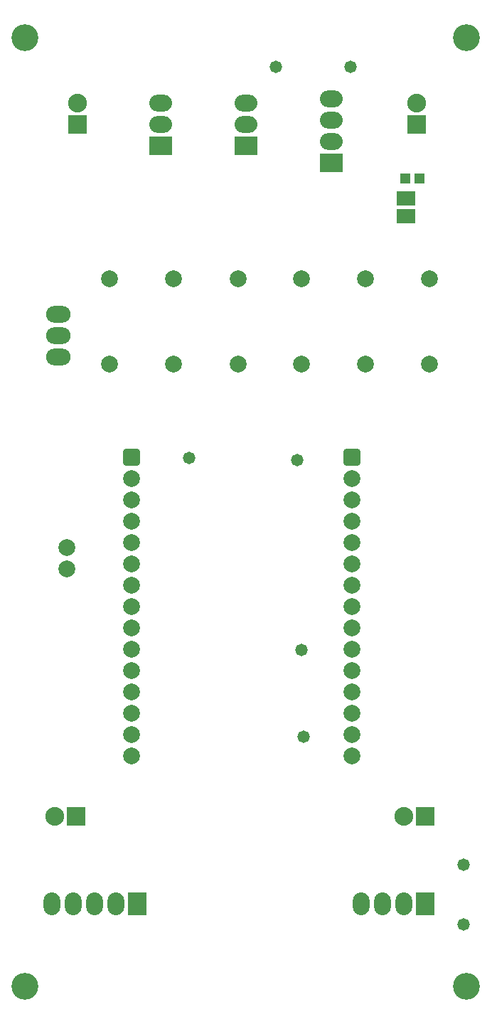
<source format=gbs>
G04*
G04 #@! TF.GenerationSoftware,Altium Limited,Altium Designer,20.0.10 (225)*
G04*
G04 Layer_Color=16711935*
%FSLAX44Y44*%
%MOMM*%
G71*
G01*
G75*
%ADD27R,2.2032X1.7032*%
%ADD28R,1.3032X1.2032*%
G04:AMPARAMS|DCode=29|XSize=2.0032mm|YSize=2.0032mm|CornerRadius=0.3266mm|HoleSize=0mm|Usage=FLASHONLY|Rotation=270.000|XOffset=0mm|YOffset=0mm|HoleType=Round|Shape=RoundedRectangle|*
%AMROUNDEDRECTD29*
21,1,2.0032,1.3500,0,0,270.0*
21,1,1.3500,2.0032,0,0,270.0*
1,1,0.6532,-0.6750,-0.6750*
1,1,0.6532,-0.6750,0.6750*
1,1,0.6532,0.6750,0.6750*
1,1,0.6532,0.6750,-0.6750*
%
%ADD29ROUNDEDRECTD29*%
%ADD30C,2.0032*%
%ADD31C,3.2032*%
%ADD32R,2.7032X2.2032*%
%ADD33O,2.7032X2.0032*%
%ADD34C,2.2352*%
%ADD35R,2.2352X2.2352*%
%ADD36O,2.0032X2.7032*%
%ADD37R,2.2032X2.7032*%
%ADD38O,2.9032X2.0032*%
%ADD39R,2.2352X2.2352*%
%ADD40C,1.4732*%
D27*
X495300Y973410D02*
D03*
Y951910D02*
D03*
D28*
X494150Y997060D02*
D03*
X511810Y996950D02*
D03*
D29*
X430660Y665080D02*
D03*
X168910D02*
D03*
D30*
X430660Y639680D02*
D03*
Y614280D02*
D03*
Y588880D02*
D03*
Y563480D02*
D03*
Y512680D02*
D03*
Y487280D02*
D03*
Y461880D02*
D03*
Y436480D02*
D03*
Y334880D02*
D03*
Y360280D02*
D03*
Y385680D02*
D03*
Y411080D02*
D03*
Y538080D02*
D03*
Y309880D02*
D03*
X168910Y639680D02*
D03*
Y614280D02*
D03*
Y588880D02*
D03*
Y563480D02*
D03*
Y512680D02*
D03*
Y487280D02*
D03*
Y461880D02*
D03*
Y436480D02*
D03*
Y334880D02*
D03*
Y360280D02*
D03*
Y385680D02*
D03*
Y411080D02*
D03*
Y538080D02*
D03*
Y309880D02*
D03*
X370840Y877570D02*
D03*
Y775970D02*
D03*
X218440Y877570D02*
D03*
Y775970D02*
D03*
X295910D02*
D03*
Y877570D02*
D03*
X523240D02*
D03*
Y775970D02*
D03*
X447040Y877570D02*
D03*
Y775970D02*
D03*
X142240Y877570D02*
D03*
Y775970D02*
D03*
X91440Y532130D02*
D03*
X91438Y557530D02*
D03*
D31*
X41910Y1164590D02*
D03*
Y35560D02*
D03*
X567690D02*
D03*
Y1164590D02*
D03*
D32*
X203200Y1036320D02*
D03*
X406400Y1016000D02*
D03*
X304800Y1036320D02*
D03*
D33*
X203200Y1061720D02*
D03*
Y1087120D02*
D03*
X406400Y1092200D02*
D03*
Y1041400D02*
D03*
Y1066800D02*
D03*
X304800Y1061720D02*
D03*
Y1087120D02*
D03*
D34*
X104140D02*
D03*
X508000D02*
D03*
X77470Y237490D02*
D03*
X492760D02*
D03*
D35*
X104140Y1061720D02*
D03*
X508000D02*
D03*
D36*
X73660Y133350D02*
D03*
X99060D02*
D03*
X149860D02*
D03*
X124460D02*
D03*
X441960D02*
D03*
X492760D02*
D03*
X467360D02*
D03*
D37*
X175260D02*
D03*
X518160D02*
D03*
D38*
X81280Y835660D02*
D03*
Y810260D02*
D03*
Y784860D02*
D03*
D39*
X102870Y237490D02*
D03*
X518160D02*
D03*
D40*
X370840Y435610D02*
D03*
X373380Y332740D02*
D03*
X237490Y664210D02*
D03*
X429260Y1130300D02*
D03*
X340360D02*
D03*
X563880Y109220D02*
D03*
Y180340D02*
D03*
X365760Y661670D02*
D03*
M02*

</source>
